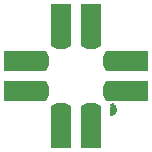
<source format=gbs>
G04 DipTrace 2.4.0.2*
%INDRV2605L.gbs*%
%MOMM*%
%ADD37R,1.75X2.082*%
%ADD38R,1.75X1.65*%
%ADD39R,2.082X1.75*%
%ADD40R,1.65X1.75*%
%FSLAX53Y53*%
G04*
G71*
G90*
G75*
G01*
%LNBotMask*%
%LPD*%
D40*
X18890Y13810D3*
Y16350D3*
D39*
X20160Y13810D3*
Y16350D3*
G36*
X17615Y17225D2*
X18120D1*
Y15475D1*
X17615D1*
X17335Y16019D1*
Y16681D1*
X17615Y17225D1*
G37*
G36*
Y14685D2*
X18115D1*
Y12935D1*
X17615D1*
X17335Y13479D1*
Y14141D1*
X17615Y14685D1*
G37*
D38*
X16350Y18890D3*
X13810D3*
D37*
X16350Y20160D3*
X13810D3*
G36*
X12935Y17615D2*
Y18120D1*
X14685D1*
Y17615D1*
X14141Y17335D1*
X13479D1*
X12935Y17615D1*
G37*
G36*
X15475D2*
Y18115D1*
X17225D1*
Y17615D1*
X16681Y17335D1*
X16019D1*
X15475Y17615D1*
G37*
D38*
X16350Y11270D3*
X13810D3*
G36*
X14685Y12545D2*
Y12040D1*
X12935D1*
Y12545D1*
X13479Y12825D1*
X14141D1*
X14685Y12545D1*
G37*
G36*
X17225D2*
Y12040D1*
X15475D1*
Y12545D1*
X16019Y12825D1*
X16681D1*
X17225Y12545D1*
G37*
D37*
X16350Y10000D3*
X13810D3*
D40*
X11270Y16350D3*
Y13810D3*
D39*
X10000Y16350D3*
Y13810D3*
G36*
X12545Y12935D2*
X12040D1*
Y14685D1*
X12545D1*
X12825Y14141D1*
Y13479D1*
X12545Y12935D1*
G37*
G36*
Y15475D2*
X12045D1*
Y17225D1*
X12545D1*
X12825Y16681D1*
Y16019D1*
X12545Y15475D1*
G37*
G36*
X17932Y11678D2*
X18123Y11707D1*
X18270Y11767D1*
X18364Y11843D1*
X18440Y11920D1*
X18504Y12032D1*
X18529Y12097D1*
X18549Y12193D1*
X18559Y12243D1*
X18564Y12326D1*
X18542Y12391D1*
X18504Y12429D1*
X18478Y12454D1*
X18465Y12518D1*
X18470Y12544D1*
X18485Y12594D1*
X18516Y12622D1*
X18435Y12721D1*
X18358Y12671D1*
X18341D1*
X18305Y12759D1*
X18250Y12772D1*
X18148Y12782D1*
X18255Y12529D1*
Y12497D1*
X18247Y12454D1*
X18224Y12444D1*
X18173Y12464D1*
X18110Y12580D1*
X18039Y12751D1*
X17988Y12726D1*
X17934Y12662D1*
X18008Y12472D1*
X17970Y12478D1*
X17932D1*
Y11678D1*
G37*
M02*

</source>
